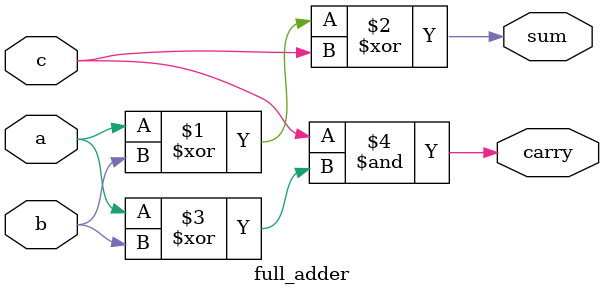
<source format=v>
`timescale 1ns / 1ps


module full_adder(
    input a,
    input b,
    input c,
    output sum,
   output carry
    );
    assign sum =a^b^c;
    assign carry =c&(a^b);
endmodule

</source>
